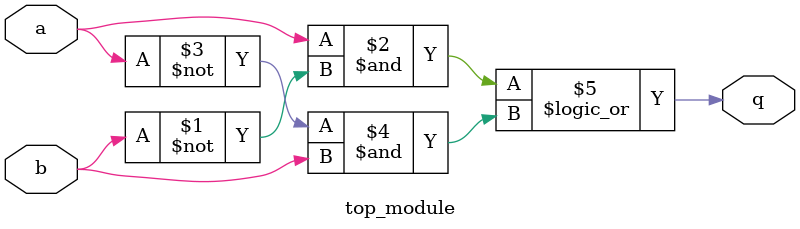
<source format=sv>
module top_module (
	input a, 
	input b, 
	output q
);

	// Logic equation:
	// q = (a && ~b) || (~a && b)
	
	assign q = (a & ~b) || (~a & b);
		
endmodule

</source>
